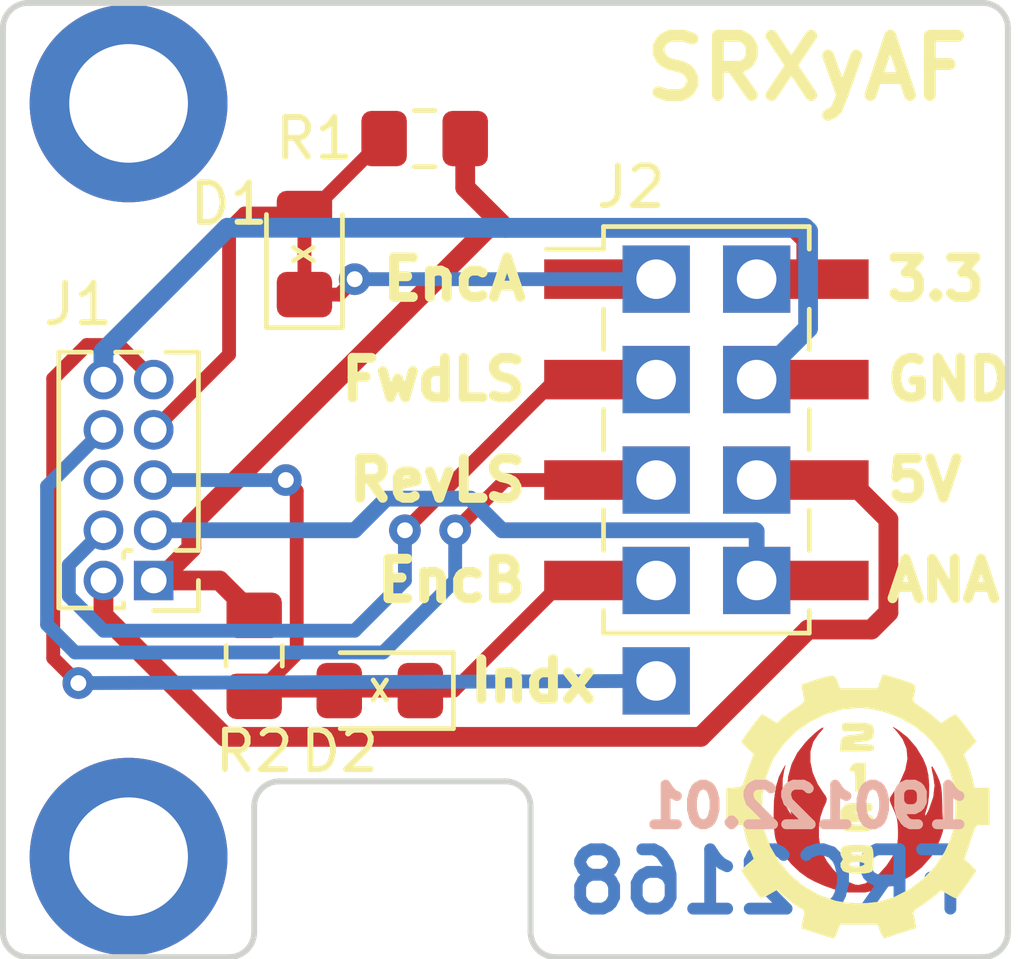
<source format=kicad_pcb>
(kicad_pcb (version 20171130) (host pcbnew "(5.0.2)-1")

  (general
    (thickness 1.6)
    (drawings 35)
    (tracks 94)
    (zones 0)
    (modules 19)
    (nets 11)
  )

  (page A4)
  (layers
    (0 F.Cu signal)
    (31 B.Cu signal)
    (32 B.Adhes user)
    (33 F.Adhes user)
    (34 B.Paste user)
    (35 F.Paste user)
    (36 B.SilkS user)
    (37 F.SilkS user)
    (38 B.Mask user)
    (39 F.Mask user)
    (40 Dwgs.User user)
    (41 Cmts.User user hide)
    (42 Eco1.User user)
    (43 Eco2.User user hide)
    (44 Edge.Cuts user)
    (45 Margin user)
    (46 B.CrtYd user)
    (47 F.CrtYd user)
    (48 B.Fab user)
    (49 F.Fab user hide)
  )

  (setup
    (last_trace_width 0.35)
    (trace_clearance 0.2)
    (zone_clearance 0.508)
    (zone_45_only no)
    (trace_min 0.2)
    (segment_width 2)
    (edge_width 0.15)
    (via_size 0.8)
    (via_drill 0.4)
    (via_min_size 0.4)
    (via_min_drill 0.3)
    (uvia_size 0.3)
    (uvia_drill 0.1)
    (uvias_allowed no)
    (uvia_min_size 0.2)
    (uvia_min_drill 0.1)
    (pcb_text_width 0.3)
    (pcb_text_size 1.5 1.5)
    (mod_edge_width 0.15)
    (mod_text_size 1 1)
    (mod_text_width 0.15)
    (pad_size 1.7 1.7)
    (pad_drill 1)
    (pad_to_mask_clearance 0.051)
    (solder_mask_min_width 0.25)
    (aux_axis_origin 0 0)
    (visible_elements 7FFFFFFF)
    (pcbplotparams
      (layerselection 0x010fc_ffffffff)
      (usegerberextensions false)
      (usegerberattributes false)
      (usegerberadvancedattributes false)
      (creategerberjobfile false)
      (excludeedgelayer true)
      (linewidth 0.100000)
      (plotframeref false)
      (viasonmask false)
      (mode 1)
      (useauxorigin false)
      (hpglpennumber 1)
      (hpglpenspeed 20)
      (hpglpendiameter 15.000000)
      (psnegative false)
      (psa4output false)
      (plotreference true)
      (plotvalue true)
      (plotinvisibletext false)
      (padsonsilk false)
      (subtractmaskfromsilk false)
      (outputformat 1)
      (mirror false)
      (drillshape 1)
      (scaleselection 1)
      (outputdirectory ""))
  )

  (net 0 "")
  (net 1 QuadratureA)
  (net 2 QuadratureB)
  (net 3 3.3V)
  (net 4 5V)
  (net 5 AnalogInput)
  (net 6 FwdLim)
  (net 7 "Net-(J1-Pad6)")
  (net 8 RevLim)
  (net 9 QuadIndex)
  (net 10 GND)

  (net_class Default "This is the default net class."
    (clearance 0.2)
    (trace_width 0.35)
    (via_dia 0.8)
    (via_drill 0.4)
    (uvia_dia 0.3)
    (uvia_drill 0.1)
    (add_net FwdLim)
    (add_net "Net-(J1-Pad6)")
    (add_net QuadIndex)
    (add_net QuadratureA)
    (add_net QuadratureB)
    (add_net RevLim)
  )

  (net_class POWER ""
    (clearance 0.2)
    (trace_width 0.5)
    (via_dia 0.8)
    (via_drill 0.4)
    (uvia_dia 0.3)
    (uvia_drill 0.1)
    (add_net 3.3V)
    (add_net 5V)
    (add_net AnalogInput)
    (add_net GND)
  )

  (module footprint_mods:PinSocket_1x01_P2.54mm_Vertical (layer B.Cu) (tedit 5C26F497) (tstamp 5C337AAC)
    (at 168.91 109.22)
    (descr "Through hole straight socket strip, 1x01, 2.54mm pitch, single row (from Kicad 4.0.7), script generated")
    (tags "Through hole socket strip THT 1x01 2.54mm single row")
    (path /5C26DE8B)
    (fp_text reference TP2 (at 0 2.77) (layer B.SilkS) hide
      (effects (font (size 1 1) (thickness 0.15)) (justify mirror))
    )
    (fp_text value TestPoint (at 0 -2.77) (layer B.Fab)
      (effects (font (size 1 1) (thickness 0.15)) (justify mirror))
    )
    (fp_line (start -1.27 1.27) (end 0.635 1.27) (layer B.Fab) (width 0.1))
    (fp_line (start 0.635 1.27) (end 1.27 0.635) (layer B.Fab) (width 0.1))
    (fp_line (start 1.27 0.635) (end 1.27 -1.27) (layer B.Fab) (width 0.1))
    (fp_line (start 1.27 -1.27) (end -1.27 -1.27) (layer B.Fab) (width 0.1))
    (fp_line (start -1.27 -1.27) (end -1.27 1.27) (layer B.Fab) (width 0.1))
    (fp_line (start -1.8 1.8) (end 1.75 1.8) (layer B.CrtYd) (width 0.05))
    (fp_line (start 1.75 1.8) (end 1.75 -1.75) (layer B.CrtYd) (width 0.05))
    (fp_line (start 1.75 -1.75) (end -1.8 -1.75) (layer B.CrtYd) (width 0.05))
    (fp_line (start -1.8 -1.75) (end -1.8 1.8) (layer B.CrtYd) (width 0.05))
    (fp_text user %R (at 0 0) (layer B.Fab)
      (effects (font (size 1 1) (thickness 0.15)) (justify mirror))
    )
    (pad 1 thru_hole rect (at 0 0) (size 1.7 1.7) (drill 1) (layers *.Cu *.Mask)
      (net 1 QuadratureA))
  )

  (module footprint_mods:PinSocket_1x01_P2.54mm_Vertical (layer B.Cu) (tedit 5C26F497) (tstamp 5C337A73)
    (at 168.91 116.84)
    (descr "Through hole straight socket strip, 1x01, 2.54mm pitch, single row (from Kicad 4.0.7), script generated")
    (tags "Through hole socket strip THT 1x01 2.54mm single row")
    (path /5C26D7E8)
    (fp_text reference TP3 (at 0 2.77) (layer B.SilkS) hide
      (effects (font (size 1 1) (thickness 0.15)) (justify mirror))
    )
    (fp_text value TestPoint (at 0 -2.77) (layer B.Fab)
      (effects (font (size 1 1) (thickness 0.15)) (justify mirror))
    )
    (fp_line (start -1.27 1.27) (end 0.635 1.27) (layer B.Fab) (width 0.1))
    (fp_line (start 0.635 1.27) (end 1.27 0.635) (layer B.Fab) (width 0.1))
    (fp_line (start 1.27 0.635) (end 1.27 -1.27) (layer B.Fab) (width 0.1))
    (fp_line (start 1.27 -1.27) (end -1.27 -1.27) (layer B.Fab) (width 0.1))
    (fp_line (start -1.27 -1.27) (end -1.27 1.27) (layer B.Fab) (width 0.1))
    (fp_line (start -1.8 1.8) (end 1.75 1.8) (layer B.CrtYd) (width 0.05))
    (fp_line (start 1.75 1.8) (end 1.75 -1.75) (layer B.CrtYd) (width 0.05))
    (fp_line (start 1.75 -1.75) (end -1.8 -1.75) (layer B.CrtYd) (width 0.05))
    (fp_line (start -1.8 -1.75) (end -1.8 1.8) (layer B.CrtYd) (width 0.05))
    (fp_text user %R (at 0 0) (layer B.Fab)
      (effects (font (size 1 1) (thickness 0.15)) (justify mirror))
    )
    (pad 1 thru_hole rect (at 0 0) (size 1.7 1.7) (drill 1) (layers *.Cu *.Mask)
      (net 2 QuadratureB))
  )

  (module footprint_mods:PinSocket_1x01_P2.54mm_Vertical (layer B.Cu) (tedit 5C26F497) (tstamp 5C337A3A)
    (at 171.45 109.22)
    (descr "Through hole straight socket strip, 1x01, 2.54mm pitch, single row (from Kicad 4.0.7), script generated")
    (tags "Through hole socket strip THT 1x01 2.54mm single row")
    (path /5C26E672)
    (fp_text reference TP4 (at 0 2.77) (layer B.SilkS) hide
      (effects (font (size 1 1) (thickness 0.15)) (justify mirror))
    )
    (fp_text value TestPoint (at 0 -2.77) (layer B.Fab)
      (effects (font (size 1 1) (thickness 0.15)) (justify mirror))
    )
    (fp_line (start -1.27 1.27) (end 0.635 1.27) (layer B.Fab) (width 0.1))
    (fp_line (start 0.635 1.27) (end 1.27 0.635) (layer B.Fab) (width 0.1))
    (fp_line (start 1.27 0.635) (end 1.27 -1.27) (layer B.Fab) (width 0.1))
    (fp_line (start 1.27 -1.27) (end -1.27 -1.27) (layer B.Fab) (width 0.1))
    (fp_line (start -1.27 -1.27) (end -1.27 1.27) (layer B.Fab) (width 0.1))
    (fp_line (start -1.8 1.8) (end 1.75 1.8) (layer B.CrtYd) (width 0.05))
    (fp_line (start 1.75 1.8) (end 1.75 -1.75) (layer B.CrtYd) (width 0.05))
    (fp_line (start 1.75 -1.75) (end -1.8 -1.75) (layer B.CrtYd) (width 0.05))
    (fp_line (start -1.8 -1.75) (end -1.8 1.8) (layer B.CrtYd) (width 0.05))
    (fp_text user %R (at 0 0) (layer B.Fab)
      (effects (font (size 1 1) (thickness 0.15)) (justify mirror))
    )
    (pad 1 thru_hole rect (at 0 0) (size 1.7 1.7) (drill 1) (layers *.Cu *.Mask)
      (net 3 3.3V))
  )

  (module footprint_mods:PinSocket_1x01_P2.54mm_Vertical (layer B.Cu) (tedit 5C26F497) (tstamp 5C337AE5)
    (at 171.45 111.76)
    (descr "Through hole straight socket strip, 1x01, 2.54mm pitch, single row (from Kicad 4.0.7), script generated")
    (tags "Through hole socket strip THT 1x01 2.54mm single row")
    (path /5C26EF20)
    (fp_text reference TP5 (at 0 2.77) (layer B.SilkS) hide
      (effects (font (size 1 1) (thickness 0.15)) (justify mirror))
    )
    (fp_text value TestPoint (at 0 -2.77) (layer B.Fab)
      (effects (font (size 1 1) (thickness 0.15)) (justify mirror))
    )
    (fp_line (start -1.27 1.27) (end 0.635 1.27) (layer B.Fab) (width 0.1))
    (fp_line (start 0.635 1.27) (end 1.27 0.635) (layer B.Fab) (width 0.1))
    (fp_line (start 1.27 0.635) (end 1.27 -1.27) (layer B.Fab) (width 0.1))
    (fp_line (start 1.27 -1.27) (end -1.27 -1.27) (layer B.Fab) (width 0.1))
    (fp_line (start -1.27 -1.27) (end -1.27 1.27) (layer B.Fab) (width 0.1))
    (fp_line (start -1.8 1.8) (end 1.75 1.8) (layer B.CrtYd) (width 0.05))
    (fp_line (start 1.75 1.8) (end 1.75 -1.75) (layer B.CrtYd) (width 0.05))
    (fp_line (start 1.75 -1.75) (end -1.8 -1.75) (layer B.CrtYd) (width 0.05))
    (fp_line (start -1.8 -1.75) (end -1.8 1.8) (layer B.CrtYd) (width 0.05))
    (fp_text user %R (at 0 0) (layer B.Fab)
      (effects (font (size 1 1) (thickness 0.15)) (justify mirror))
    )
    (pad 1 thru_hole rect (at 0 0) (size 1.7 1.7) (drill 1) (layers *.Cu *.Mask)
      (net 10 GND))
  )

  (module footprint_mods:PinSocket_1x01_P2.54mm_Vertical (layer B.Cu) (tedit 5C26F497) (tstamp 5C337BC9)
    (at 168.91 111.76)
    (descr "Through hole straight socket strip, 1x01, 2.54mm pitch, single row (from Kicad 4.0.7), script generated")
    (tags "Through hole socket strip THT 1x01 2.54mm single row")
    (path /5C26EF94)
    (fp_text reference TP6 (at 0 2.77) (layer B.SilkS) hide
      (effects (font (size 1 1) (thickness 0.15)) (justify mirror))
    )
    (fp_text value TestPoint (at 0 -2.77) (layer B.Fab)
      (effects (font (size 1 1) (thickness 0.15)) (justify mirror))
    )
    (fp_line (start -1.27 1.27) (end 0.635 1.27) (layer B.Fab) (width 0.1))
    (fp_line (start 0.635 1.27) (end 1.27 0.635) (layer B.Fab) (width 0.1))
    (fp_line (start 1.27 0.635) (end 1.27 -1.27) (layer B.Fab) (width 0.1))
    (fp_line (start 1.27 -1.27) (end -1.27 -1.27) (layer B.Fab) (width 0.1))
    (fp_line (start -1.27 -1.27) (end -1.27 1.27) (layer B.Fab) (width 0.1))
    (fp_line (start -1.8 1.8) (end 1.75 1.8) (layer B.CrtYd) (width 0.05))
    (fp_line (start 1.75 1.8) (end 1.75 -1.75) (layer B.CrtYd) (width 0.05))
    (fp_line (start 1.75 -1.75) (end -1.8 -1.75) (layer B.CrtYd) (width 0.05))
    (fp_line (start -1.8 -1.75) (end -1.8 1.8) (layer B.CrtYd) (width 0.05))
    (fp_text user %R (at 0 0) (layer B.Fab)
      (effects (font (size 1 1) (thickness 0.15)) (justify mirror))
    )
    (pad 1 thru_hole rect (at 0 0) (size 1.7 1.7) (drill 1) (layers *.Cu *.Mask)
      (net 6 FwdLim))
  )

  (module footprint_mods:PinSocket_1x01_P2.54mm_Vertical (layer B.Cu) (tedit 5C26F497) (tstamp 5C337B90)
    (at 168.91 114.3)
    (descr "Through hole straight socket strip, 1x01, 2.54mm pitch, single row (from Kicad 4.0.7), script generated")
    (tags "Through hole socket strip THT 1x01 2.54mm single row")
    (path /5C26EFBE)
    (fp_text reference TP7 (at 0 2.77) (layer B.SilkS) hide
      (effects (font (size 1 1) (thickness 0.15)) (justify mirror))
    )
    (fp_text value TestPoint (at 0 -2.77) (layer B.Fab)
      (effects (font (size 1 1) (thickness 0.15)) (justify mirror))
    )
    (fp_line (start -1.27 1.27) (end 0.635 1.27) (layer B.Fab) (width 0.1))
    (fp_line (start 0.635 1.27) (end 1.27 0.635) (layer B.Fab) (width 0.1))
    (fp_line (start 1.27 0.635) (end 1.27 -1.27) (layer B.Fab) (width 0.1))
    (fp_line (start 1.27 -1.27) (end -1.27 -1.27) (layer B.Fab) (width 0.1))
    (fp_line (start -1.27 -1.27) (end -1.27 1.27) (layer B.Fab) (width 0.1))
    (fp_line (start -1.8 1.8) (end 1.75 1.8) (layer B.CrtYd) (width 0.05))
    (fp_line (start 1.75 1.8) (end 1.75 -1.75) (layer B.CrtYd) (width 0.05))
    (fp_line (start 1.75 -1.75) (end -1.8 -1.75) (layer B.CrtYd) (width 0.05))
    (fp_line (start -1.8 -1.75) (end -1.8 1.8) (layer B.CrtYd) (width 0.05))
    (fp_text user %R (at 0 0) (layer B.Fab)
      (effects (font (size 1 1) (thickness 0.15)) (justify mirror))
    )
    (pad 1 thru_hole rect (at 0 0) (size 1.7 1.7) (drill 1) (layers *.Cu *.Mask)
      (net 8 RevLim))
  )

  (module footprint_mods:PinSocket_1x01_P2.54mm_Vertical (layer B.Cu) (tedit 5C26F497) (tstamp 5C337B57)
    (at 171.45 114.3)
    (descr "Through hole straight socket strip, 1x01, 2.54mm pitch, single row (from Kicad 4.0.7), script generated")
    (tags "Through hole socket strip THT 1x01 2.54mm single row")
    (path /5C26EFEA)
    (fp_text reference TP8 (at 0 2.77) (layer B.SilkS) hide
      (effects (font (size 1 1) (thickness 0.15)) (justify mirror))
    )
    (fp_text value TestPoint (at 0 -2.77) (layer B.Fab)
      (effects (font (size 1 1) (thickness 0.15)) (justify mirror))
    )
    (fp_line (start -1.27 1.27) (end 0.635 1.27) (layer B.Fab) (width 0.1))
    (fp_line (start 0.635 1.27) (end 1.27 0.635) (layer B.Fab) (width 0.1))
    (fp_line (start 1.27 0.635) (end 1.27 -1.27) (layer B.Fab) (width 0.1))
    (fp_line (start 1.27 -1.27) (end -1.27 -1.27) (layer B.Fab) (width 0.1))
    (fp_line (start -1.27 -1.27) (end -1.27 1.27) (layer B.Fab) (width 0.1))
    (fp_line (start -1.8 1.8) (end 1.75 1.8) (layer B.CrtYd) (width 0.05))
    (fp_line (start 1.75 1.8) (end 1.75 -1.75) (layer B.CrtYd) (width 0.05))
    (fp_line (start 1.75 -1.75) (end -1.8 -1.75) (layer B.CrtYd) (width 0.05))
    (fp_line (start -1.8 -1.75) (end -1.8 1.8) (layer B.CrtYd) (width 0.05))
    (fp_text user %R (at 0 0) (layer B.Fab)
      (effects (font (size 1 1) (thickness 0.15)) (justify mirror))
    )
    (pad 1 thru_hole rect (at 0 0) (size 1.7 1.7) (drill 1) (layers *.Cu *.Mask)
      (net 4 5V))
  )

  (module footprint_mods:PinSocket_1x01_P2.54mm_Vertical (layer B.Cu) (tedit 5C26F497) (tstamp 5C337B1E)
    (at 171.45 116.84)
    (descr "Through hole straight socket strip, 1x01, 2.54mm pitch, single row (from Kicad 4.0.7), script generated")
    (tags "Through hole socket strip THT 1x01 2.54mm single row")
    (path /5C26F01C)
    (fp_text reference TP9 (at 0 2.77) (layer B.SilkS) hide
      (effects (font (size 1 1) (thickness 0.15)) (justify mirror))
    )
    (fp_text value TestPoint (at 0 -2.77) (layer B.Fab)
      (effects (font (size 1 1) (thickness 0.15)) (justify mirror))
    )
    (fp_line (start -1.27 1.27) (end 0.635 1.27) (layer B.Fab) (width 0.1))
    (fp_line (start 0.635 1.27) (end 1.27 0.635) (layer B.Fab) (width 0.1))
    (fp_line (start 1.27 0.635) (end 1.27 -1.27) (layer B.Fab) (width 0.1))
    (fp_line (start 1.27 -1.27) (end -1.27 -1.27) (layer B.Fab) (width 0.1))
    (fp_line (start -1.27 -1.27) (end -1.27 1.27) (layer B.Fab) (width 0.1))
    (fp_line (start -1.8 1.8) (end 1.75 1.8) (layer B.CrtYd) (width 0.05))
    (fp_line (start 1.75 1.8) (end 1.75 -1.75) (layer B.CrtYd) (width 0.05))
    (fp_line (start 1.75 -1.75) (end -1.8 -1.75) (layer B.CrtYd) (width 0.05))
    (fp_line (start -1.8 -1.75) (end -1.8 1.8) (layer B.CrtYd) (width 0.05))
    (fp_text user %R (at 0 0) (layer B.Fab)
      (effects (font (size 1 1) (thickness 0.15)) (justify mirror))
    )
    (pad 1 thru_hole rect (at 0 0) (size 1.7 1.7) (drill 1) (layers *.Cu *.Mask)
      (net 5 AnalogInput))
  )

  (module footprint_mods:PinSocket_1x01_P2.54mm_Vertical (layer F.Cu) (tedit 5C26F497) (tstamp 5C338395)
    (at 168.91 119.38)
    (descr "Through hole straight socket strip, 1x01, 2.54mm pitch, single row (from Kicad 4.0.7), script generated")
    (tags "Through hole socket strip THT 1x01 2.54mm single row")
    (path /5C26A68E)
    (fp_text reference TP1 (at 0 -2.77) (layer F.SilkS) hide
      (effects (font (size 1 1) (thickness 0.15)))
    )
    (fp_text value TestPoint (at 0 2.77) (layer F.Fab)
      (effects (font (size 1 1) (thickness 0.15)))
    )
    (fp_line (start -1.27 -1.27) (end 0.635 -1.27) (layer F.Fab) (width 0.1))
    (fp_line (start 0.635 -1.27) (end 1.27 -0.635) (layer F.Fab) (width 0.1))
    (fp_line (start 1.27 -0.635) (end 1.27 1.27) (layer F.Fab) (width 0.1))
    (fp_line (start 1.27 1.27) (end -1.27 1.27) (layer F.Fab) (width 0.1))
    (fp_line (start -1.27 1.27) (end -1.27 -1.27) (layer F.Fab) (width 0.1))
    (fp_line (start -1.8 -1.8) (end 1.75 -1.8) (layer F.CrtYd) (width 0.05))
    (fp_line (start 1.75 -1.8) (end 1.75 1.75) (layer F.CrtYd) (width 0.05))
    (fp_line (start 1.75 1.75) (end -1.8 1.75) (layer F.CrtYd) (width 0.05))
    (fp_line (start -1.8 1.75) (end -1.8 -1.8) (layer F.CrtYd) (width 0.05))
    (fp_text user %R (at 0 0) (layer F.Fab)
      (effects (font (size 1 1) (thickness 0.15)))
    )
    (pad 1 thru_hole rect (at 0 0) (size 1.7 1.7) (drill 1) (layers *.Cu *.Mask)
      (net 9 QuadIndex))
  )

  (module Diode_SMD:D_0805_2012Metric_Pad1.15x1.40mm_HandSolder (layer F.Cu) (tedit 5C26CCB8) (tstamp 5C47CECD)
    (at 160.02 108.585 90)
    (descr "Diode SMD 0805 (2012 Metric), square (rectangular) end terminal, IPC_7351 nominal, (Body size source: https://docs.google.com/spreadsheets/d/1BsfQQcO9C6DZCsRaXUlFlo91Tg2WpOkGARC1WS5S8t0/edit?usp=sharing), generated with kicad-footprint-generator")
    (tags "diode handsolder")
    (path /5C26BD48)
    (attr smd)
    (fp_text reference D1 (at 1.27 -1.905) (layer F.SilkS)
      (effects (font (size 1 1) (thickness 0.15)))
    )
    (fp_text value D_Schottky (at 0 1.65 90) (layer F.Fab)
      (effects (font (size 1 1) (thickness 0.15)))
    )
    (fp_text user %R (at 0 0 90) (layer F.Fab)
      (effects (font (size 0.5 0.5) (thickness 0.08)))
    )
    (fp_line (start 1.85 0.95) (end -1.85 0.95) (layer F.CrtYd) (width 0.05))
    (fp_line (start 1.85 -0.95) (end 1.85 0.95) (layer F.CrtYd) (width 0.05))
    (fp_line (start -1.85 -0.95) (end 1.85 -0.95) (layer F.CrtYd) (width 0.05))
    (fp_line (start -1.85 0.95) (end -1.85 -0.95) (layer F.CrtYd) (width 0.05))
    (fp_line (start -1.86 0.96) (end 1 0.96) (layer F.SilkS) (width 0.12))
    (fp_line (start -1.86 -0.96) (end -1.86 0.96) (layer F.SilkS) (width 0.12))
    (fp_line (start 1 -0.96) (end -1.86 -0.96) (layer F.SilkS) (width 0.12))
    (fp_line (start 1 0.6) (end 1 -0.6) (layer F.Fab) (width 0.1))
    (fp_line (start -1 0.6) (end 1 0.6) (layer F.Fab) (width 0.1))
    (fp_line (start -1 -0.3) (end -1 0.6) (layer F.Fab) (width 0.1))
    (fp_line (start -0.7 -0.6) (end -1 -0.3) (layer F.Fab) (width 0.1))
    (fp_line (start 1 -0.6) (end -0.7 -0.6) (layer F.Fab) (width 0.1))
    (pad 2 smd roundrect (at 1.025 0 90) (size 1.15 1.4) (layers F.Cu F.Paste F.Mask) (roundrect_rratio 0.217391)
      (net 1 QuadratureA))
    (pad 1 smd roundrect (at -1.025 0 90) (size 1.15 1.4) (layers F.Cu F.Paste F.Mask) (roundrect_rratio 0.217391)
      (net 1 QuadratureA))
    (model ${KISYS3DMOD}/Diode_SMD.3dshapes/D_0805_2012Metric.wrl
      (at (xyz 0 0 0))
      (scale (xyz 1 1 1))
      (rotate (xyz 0 0 0))
    )
  )

  (module Diode_SMD:D_0805_2012Metric_Pad1.15x1.40mm_HandSolder (layer F.Cu) (tedit 5B4B45C8) (tstamp 5C335A70)
    (at 161.925 119.625 180)
    (descr "Diode SMD 0805 (2012 Metric), square (rectangular) end terminal, IPC_7351 nominal, (Body size source: https://docs.google.com/spreadsheets/d/1BsfQQcO9C6DZCsRaXUlFlo91Tg2WpOkGARC1WS5S8t0/edit?usp=sharing), generated with kicad-footprint-generator")
    (tags "diode handsolder")
    (path /5C26BCC8)
    (attr smd)
    (fp_text reference D2 (at 1.016 -1.533) (layer F.SilkS)
      (effects (font (size 1 1) (thickness 0.15)))
    )
    (fp_text value D_Schottky (at 0 1.65 180) (layer F.Fab)
      (effects (font (size 1 1) (thickness 0.15)))
    )
    (fp_line (start 1 -0.6) (end -0.7 -0.6) (layer F.Fab) (width 0.1))
    (fp_line (start -0.7 -0.6) (end -1 -0.3) (layer F.Fab) (width 0.1))
    (fp_line (start -1 -0.3) (end -1 0.6) (layer F.Fab) (width 0.1))
    (fp_line (start -1 0.6) (end 1 0.6) (layer F.Fab) (width 0.1))
    (fp_line (start 1 0.6) (end 1 -0.6) (layer F.Fab) (width 0.1))
    (fp_line (start 1 -0.96) (end -1.86 -0.96) (layer F.SilkS) (width 0.12))
    (fp_line (start -1.86 -0.96) (end -1.86 0.96) (layer F.SilkS) (width 0.12))
    (fp_line (start -1.86 0.96) (end 1 0.96) (layer F.SilkS) (width 0.12))
    (fp_line (start -1.85 0.95) (end -1.85 -0.95) (layer F.CrtYd) (width 0.05))
    (fp_line (start -1.85 -0.95) (end 1.85 -0.95) (layer F.CrtYd) (width 0.05))
    (fp_line (start 1.85 -0.95) (end 1.85 0.95) (layer F.CrtYd) (width 0.05))
    (fp_line (start 1.85 0.95) (end -1.85 0.95) (layer F.CrtYd) (width 0.05))
    (fp_text user %R (at 0 0 180) (layer F.Fab)
      (effects (font (size 0.5 0.5) (thickness 0.08)))
    )
    (pad 1 smd roundrect (at -1.025 0 180) (size 1.15 1.4) (layers F.Cu F.Paste F.Mask) (roundrect_rratio 0.217391)
      (net 2 QuadratureB))
    (pad 2 smd roundrect (at 1.025 0 180) (size 1.15 1.4) (layers F.Cu F.Paste F.Mask) (roundrect_rratio 0.217391)
      (net 2 QuadratureB))
    (model ${KISYS3DMOD}/Diode_SMD.3dshapes/D_0805_2012Metric.wrl
      (at (xyz 0 0 0))
      (scale (xyz 1 1 1))
      (rotate (xyz 0 0 0))
    )
  )

  (module Connector_PinHeader_1.27mm:PinHeader_2x05_P1.27mm_Vertical (layer F.Cu) (tedit 5C26C89B) (tstamp 5C33A723)
    (at 156.21 116.84 180)
    (descr "Through hole straight pin header, 2x05, 1.27mm pitch, double rows")
    (tags "Through hole pin header THT 2x05 1.27mm double row")
    (path /5C26921B)
    (fp_text reference J1 (at 1.905 6.985 180) (layer F.SilkS)
      (effects (font (size 1 1) (thickness 0.15)))
    )
    (fp_text value Conn_02x05_Odd_Even (at 0.635 6.775 180) (layer F.Fab)
      (effects (font (size 1 1) (thickness 0.15)))
    )
    (fp_line (start -0.2175 -0.635) (end 2.34 -0.635) (layer F.Fab) (width 0.1))
    (fp_line (start 2.34 -0.635) (end 2.34 5.715) (layer F.Fab) (width 0.1))
    (fp_line (start 2.34 5.715) (end -1.07 5.715) (layer F.Fab) (width 0.1))
    (fp_line (start -1.07 5.715) (end -1.07 0.2175) (layer F.Fab) (width 0.1))
    (fp_line (start -1.07 0.2175) (end -0.2175 -0.635) (layer F.Fab) (width 0.1))
    (fp_line (start -1.13 5.775) (end -0.30753 5.775) (layer F.SilkS) (width 0.12))
    (fp_line (start 1.57753 5.775) (end 2.4 5.775) (layer F.SilkS) (width 0.12))
    (fp_line (start 0.30753 5.775) (end 0.96247 5.775) (layer F.SilkS) (width 0.12))
    (fp_line (start -1.13 0.76) (end -1.13 5.775) (layer F.SilkS) (width 0.12))
    (fp_line (start 2.4 -0.695) (end 2.4 5.775) (layer F.SilkS) (width 0.12))
    (fp_line (start -1.13 0.76) (end -0.563471 0.76) (layer F.SilkS) (width 0.12))
    (fp_line (start 0.563471 0.76) (end 0.706529 0.76) (layer F.SilkS) (width 0.12))
    (fp_line (start 0.76 0.706529) (end 0.76 0.563471) (layer F.SilkS) (width 0.12))
    (fp_line (start 0.76 -0.563471) (end 0.76 -0.695) (layer F.SilkS) (width 0.12))
    (fp_line (start 0.76 -0.695) (end 0.96247 -0.695) (layer F.SilkS) (width 0.12))
    (fp_line (start 1.57753 -0.695) (end 2.4 -0.695) (layer F.SilkS) (width 0.12))
    (fp_line (start -1.13 0) (end -1.13 -0.76) (layer F.SilkS) (width 0.12))
    (fp_line (start -1.13 -0.76) (end 0 -0.76) (layer F.SilkS) (width 0.12))
    (fp_line (start -1.6 -1.15) (end -1.6 6.25) (layer F.CrtYd) (width 0.05))
    (fp_line (start -1.6 6.25) (end 2.85 6.25) (layer F.CrtYd) (width 0.05))
    (fp_line (start 2.85 6.25) (end 2.85 -1.15) (layer F.CrtYd) (width 0.05))
    (fp_line (start 2.85 -1.15) (end -1.6 -1.15) (layer F.CrtYd) (width 0.05))
    (fp_text user %R (at 0.635 2.54 270) (layer F.Fab)
      (effects (font (size 1 1) (thickness 0.15)))
    )
    (pad 1 thru_hole rect (at 0 0 180) (size 1 1) (drill 0.65) (layers *.Cu *.Mask)
      (net 3 3.3V))
    (pad 2 thru_hole oval (at 1.27 0 180) (size 1 1) (drill 0.65) (layers *.Cu *.Mask)
      (net 4 5V))
    (pad 3 thru_hole oval (at 0 1.27 180) (size 1 1) (drill 0.65) (layers *.Cu *.Mask)
      (net 5 AnalogInput))
    (pad 4 thru_hole oval (at 1.27 1.27 180) (size 1 1) (drill 0.65) (layers *.Cu *.Mask)
      (net 6 FwdLim))
    (pad 5 thru_hole oval (at 0 2.54 180) (size 1 1) (drill 0.65) (layers *.Cu *.Mask)
      (net 2 QuadratureB))
    (pad 6 thru_hole oval (at 1.27 2.54 180) (size 1 1) (drill 0.65) (layers *.Cu *.Mask)
      (net 7 "Net-(J1-Pad6)"))
    (pad 7 thru_hole oval (at 0 3.81 180) (size 1 1) (drill 0.65) (layers *.Cu *.Mask)
      (net 1 QuadratureA))
    (pad 8 thru_hole oval (at 1.27 3.81 180) (size 1 1) (drill 0.65) (layers *.Cu *.Mask)
      (net 8 RevLim))
    (pad 9 thru_hole oval (at 0 5.08 180) (size 1 1) (drill 0.65) (layers *.Cu *.Mask)
      (net 9 QuadIndex))
    (pad 10 thru_hole oval (at 1.27 5.08 180) (size 1 1) (drill 0.65) (layers *.Cu *.Mask)
      (net 10 GND))
  )

  (module Connector_PinHeader_2.54mm:PinHeader_2x04_P2.54mm_Vertical_SMD (layer F.Cu) (tedit 59FED5CC) (tstamp 5C3379B3)
    (at 170.18 113.03)
    (descr "surface-mounted straight pin header, 2x04, 2.54mm pitch, double rows")
    (tags "Surface mounted pin header SMD 2x04 2.54mm double row")
    (path /5C269925)
    (attr smd)
    (fp_text reference J2 (at -1.905 -6.14) (layer F.SilkS)
      (effects (font (size 1 1) (thickness 0.15)))
    )
    (fp_text value Conn_02x04_Odd_Even (at 0 6.14) (layer F.Fab)
      (effects (font (size 1 1) (thickness 0.15)))
    )
    (fp_line (start 2.54 5.08) (end -2.54 5.08) (layer F.Fab) (width 0.1))
    (fp_line (start -1.59 -5.08) (end 2.54 -5.08) (layer F.Fab) (width 0.1))
    (fp_line (start -2.54 5.08) (end -2.54 -4.13) (layer F.Fab) (width 0.1))
    (fp_line (start -2.54 -4.13) (end -1.59 -5.08) (layer F.Fab) (width 0.1))
    (fp_line (start 2.54 -5.08) (end 2.54 5.08) (layer F.Fab) (width 0.1))
    (fp_line (start -2.54 -4.13) (end -3.6 -4.13) (layer F.Fab) (width 0.1))
    (fp_line (start -3.6 -4.13) (end -3.6 -3.49) (layer F.Fab) (width 0.1))
    (fp_line (start -3.6 -3.49) (end -2.54 -3.49) (layer F.Fab) (width 0.1))
    (fp_line (start 2.54 -4.13) (end 3.6 -4.13) (layer F.Fab) (width 0.1))
    (fp_line (start 3.6 -4.13) (end 3.6 -3.49) (layer F.Fab) (width 0.1))
    (fp_line (start 3.6 -3.49) (end 2.54 -3.49) (layer F.Fab) (width 0.1))
    (fp_line (start -2.54 -1.59) (end -3.6 -1.59) (layer F.Fab) (width 0.1))
    (fp_line (start -3.6 -1.59) (end -3.6 -0.95) (layer F.Fab) (width 0.1))
    (fp_line (start -3.6 -0.95) (end -2.54 -0.95) (layer F.Fab) (width 0.1))
    (fp_line (start 2.54 -1.59) (end 3.6 -1.59) (layer F.Fab) (width 0.1))
    (fp_line (start 3.6 -1.59) (end 3.6 -0.95) (layer F.Fab) (width 0.1))
    (fp_line (start 3.6 -0.95) (end 2.54 -0.95) (layer F.Fab) (width 0.1))
    (fp_line (start -2.54 0.95) (end -3.6 0.95) (layer F.Fab) (width 0.1))
    (fp_line (start -3.6 0.95) (end -3.6 1.59) (layer F.Fab) (width 0.1))
    (fp_line (start -3.6 1.59) (end -2.54 1.59) (layer F.Fab) (width 0.1))
    (fp_line (start 2.54 0.95) (end 3.6 0.95) (layer F.Fab) (width 0.1))
    (fp_line (start 3.6 0.95) (end 3.6 1.59) (layer F.Fab) (width 0.1))
    (fp_line (start 3.6 1.59) (end 2.54 1.59) (layer F.Fab) (width 0.1))
    (fp_line (start -2.54 3.49) (end -3.6 3.49) (layer F.Fab) (width 0.1))
    (fp_line (start -3.6 3.49) (end -3.6 4.13) (layer F.Fab) (width 0.1))
    (fp_line (start -3.6 4.13) (end -2.54 4.13) (layer F.Fab) (width 0.1))
    (fp_line (start 2.54 3.49) (end 3.6 3.49) (layer F.Fab) (width 0.1))
    (fp_line (start 3.6 3.49) (end 3.6 4.13) (layer F.Fab) (width 0.1))
    (fp_line (start 3.6 4.13) (end 2.54 4.13) (layer F.Fab) (width 0.1))
    (fp_line (start -2.6 -5.14) (end 2.6 -5.14) (layer F.SilkS) (width 0.12))
    (fp_line (start -2.6 5.14) (end 2.6 5.14) (layer F.SilkS) (width 0.12))
    (fp_line (start -4.04 -4.57) (end -2.6 -4.57) (layer F.SilkS) (width 0.12))
    (fp_line (start -2.6 -5.14) (end -2.6 -4.57) (layer F.SilkS) (width 0.12))
    (fp_line (start 2.6 -5.14) (end 2.6 -4.57) (layer F.SilkS) (width 0.12))
    (fp_line (start -2.6 4.57) (end -2.6 5.14) (layer F.SilkS) (width 0.12))
    (fp_line (start 2.6 4.57) (end 2.6 5.14) (layer F.SilkS) (width 0.12))
    (fp_line (start -2.6 -3.05) (end -2.6 -2.03) (layer F.SilkS) (width 0.12))
    (fp_line (start 2.6 -3.05) (end 2.6 -2.03) (layer F.SilkS) (width 0.12))
    (fp_line (start -2.6 -0.51) (end -2.6 0.51) (layer F.SilkS) (width 0.12))
    (fp_line (start 2.6 -0.51) (end 2.6 0.51) (layer F.SilkS) (width 0.12))
    (fp_line (start -2.6 2.03) (end -2.6 3.05) (layer F.SilkS) (width 0.12))
    (fp_line (start 2.6 2.03) (end 2.6 3.05) (layer F.SilkS) (width 0.12))
    (fp_line (start -5.9 -5.6) (end -5.9 5.6) (layer F.CrtYd) (width 0.05))
    (fp_line (start -5.9 5.6) (end 5.9 5.6) (layer F.CrtYd) (width 0.05))
    (fp_line (start 5.9 5.6) (end 5.9 -5.6) (layer F.CrtYd) (width 0.05))
    (fp_line (start 5.9 -5.6) (end -5.9 -5.6) (layer F.CrtYd) (width 0.05))
    (fp_text user %R (at 0 0 90) (layer F.Fab)
      (effects (font (size 1 1) (thickness 0.15)))
    )
    (pad 1 smd rect (at -2.525 -3.81) (size 3.15 1) (layers F.Cu F.Paste F.Mask)
      (net 1 QuadratureA))
    (pad 2 smd rect (at 2.525 -3.81) (size 3.15 1) (layers F.Cu F.Paste F.Mask)
      (net 3 3.3V))
    (pad 3 smd rect (at -2.525 -1.27) (size 3.15 1) (layers F.Cu F.Paste F.Mask)
      (net 6 FwdLim))
    (pad 4 smd rect (at 2.525 -1.27) (size 3.15 1) (layers F.Cu F.Paste F.Mask)
      (net 10 GND))
    (pad 5 smd rect (at -2.525 1.27) (size 3.15 1) (layers F.Cu F.Paste F.Mask)
      (net 8 RevLim))
    (pad 6 smd rect (at 2.525 1.27) (size 3.15 1) (layers F.Cu F.Paste F.Mask)
      (net 4 5V))
    (pad 7 smd rect (at -2.525 3.81) (size 3.15 1) (layers F.Cu F.Paste F.Mask)
      (net 2 QuadratureB))
    (pad 8 smd rect (at 2.525 3.81) (size 3.15 1) (layers F.Cu F.Paste F.Mask)
      (net 5 AnalogInput))
    (model ${KISYS3DMOD}/Connector_PinHeader_2.54mm.3dshapes/PinHeader_2x04_P2.54mm_Vertical_SMD.wrl
      (at (xyz 0 0 0))
      (scale (xyz 1 1 1))
      (rotate (xyz 0 0 0))
    )
  )

  (module Resistor_SMD:R_0805_2012Metric_Pad1.15x1.40mm_HandSolder (layer F.Cu) (tedit 5B36C52B) (tstamp 5C47D4AF)
    (at 163.059 105.664 180)
    (descr "Resistor SMD 0805 (2012 Metric), square (rectangular) end terminal, IPC_7351 nominal with elongated pad for handsoldering. (Body size source: https://docs.google.com/spreadsheets/d/1BsfQQcO9C6DZCsRaXUlFlo91Tg2WpOkGARC1WS5S8t0/edit?usp=sharing), generated with kicad-footprint-generator")
    (tags "resistor handsolder")
    (path /5C26C4AD)
    (attr smd)
    (fp_text reference R1 (at 2.785 0 180) (layer F.SilkS)
      (effects (font (size 1 1) (thickness 0.15)))
    )
    (fp_text value 10K (at 0 1.65 180) (layer F.Fab)
      (effects (font (size 1 1) (thickness 0.15)))
    )
    (fp_text user %R (at 0 0 180) (layer F.Fab)
      (effects (font (size 0.5 0.5) (thickness 0.08)))
    )
    (fp_line (start 1.85 0.95) (end -1.85 0.95) (layer F.CrtYd) (width 0.05))
    (fp_line (start 1.85 -0.95) (end 1.85 0.95) (layer F.CrtYd) (width 0.05))
    (fp_line (start -1.85 -0.95) (end 1.85 -0.95) (layer F.CrtYd) (width 0.05))
    (fp_line (start -1.85 0.95) (end -1.85 -0.95) (layer F.CrtYd) (width 0.05))
    (fp_line (start -0.261252 0.71) (end 0.261252 0.71) (layer F.SilkS) (width 0.12))
    (fp_line (start -0.261252 -0.71) (end 0.261252 -0.71) (layer F.SilkS) (width 0.12))
    (fp_line (start 1 0.6) (end -1 0.6) (layer F.Fab) (width 0.1))
    (fp_line (start 1 -0.6) (end 1 0.6) (layer F.Fab) (width 0.1))
    (fp_line (start -1 -0.6) (end 1 -0.6) (layer F.Fab) (width 0.1))
    (fp_line (start -1 0.6) (end -1 -0.6) (layer F.Fab) (width 0.1))
    (pad 2 smd roundrect (at 1.025 0 180) (size 1.15 1.4) (layers F.Cu F.Paste F.Mask) (roundrect_rratio 0.217391)
      (net 1 QuadratureA))
    (pad 1 smd roundrect (at -1.025 0 180) (size 1.15 1.4) (layers F.Cu F.Paste F.Mask) (roundrect_rratio 0.217391)
      (net 3 3.3V))
    (model ${KISYS3DMOD}/Resistor_SMD.3dshapes/R_0805_2012Metric.wrl
      (at (xyz 0 0 0))
      (scale (xyz 1 1 1))
      (rotate (xyz 0 0 0))
    )
  )

  (module Resistor_SMD:R_0805_2012Metric_Pad1.15x1.40mm_HandSolder (layer F.Cu) (tedit 5B36C52B) (tstamp 5CC7B987)
    (at 158.75 118.745 90)
    (descr "Resistor SMD 0805 (2012 Metric), square (rectangular) end terminal, IPC_7351 nominal with elongated pad for handsoldering. (Body size source: https://docs.google.com/spreadsheets/d/1BsfQQcO9C6DZCsRaXUlFlo91Tg2WpOkGARC1WS5S8t0/edit?usp=sharing), generated with kicad-footprint-generator")
    (tags "resistor handsolder")
    (path /5C26C507)
    (attr smd)
    (fp_text reference R2 (at -2.413 0 180) (layer F.SilkS)
      (effects (font (size 1 1) (thickness 0.15)))
    )
    (fp_text value 10K (at 0 1.65 90) (layer F.Fab)
      (effects (font (size 1 1) (thickness 0.15)))
    )
    (fp_text user %R (at 0 0 90) (layer F.Fab)
      (effects (font (size 0.5 0.5) (thickness 0.08)))
    )
    (fp_line (start 1.85 0.95) (end -1.85 0.95) (layer F.CrtYd) (width 0.05))
    (fp_line (start 1.85 -0.95) (end 1.85 0.95) (layer F.CrtYd) (width 0.05))
    (fp_line (start -1.85 -0.95) (end 1.85 -0.95) (layer F.CrtYd) (width 0.05))
    (fp_line (start -1.85 0.95) (end -1.85 -0.95) (layer F.CrtYd) (width 0.05))
    (fp_line (start -0.261252 0.71) (end 0.261252 0.71) (layer F.SilkS) (width 0.12))
    (fp_line (start -0.261252 -0.71) (end 0.261252 -0.71) (layer F.SilkS) (width 0.12))
    (fp_line (start 1 0.6) (end -1 0.6) (layer F.Fab) (width 0.1))
    (fp_line (start 1 -0.6) (end 1 0.6) (layer F.Fab) (width 0.1))
    (fp_line (start -1 -0.6) (end 1 -0.6) (layer F.Fab) (width 0.1))
    (fp_line (start -1 0.6) (end -1 -0.6) (layer F.Fab) (width 0.1))
    (pad 2 smd roundrect (at 1.025 0 90) (size 1.15 1.4) (layers F.Cu F.Paste F.Mask) (roundrect_rratio 0.217391)
      (net 3 3.3V))
    (pad 1 smd roundrect (at -1.025 0 90) (size 1.15 1.4) (layers F.Cu F.Paste F.Mask) (roundrect_rratio 0.217391)
      (net 2 QuadratureB))
    (model ${KISYS3DMOD}/Resistor_SMD.3dshapes/R_0805_2012Metric.wrl
      (at (xyz 0 0 0))
      (scale (xyz 1 1 1))
      (rotate (xyz 0 0 0))
    )
  )

  (module small_gear_footprints:gear_small_gear (layer F.Cu) (tedit 0) (tstamp 5CAF362F)
    (at 173.99 122.555)
    (fp_text reference G*** (at 0 0) (layer F.SilkS) hide
      (effects (font (size 1.524 1.524) (thickness 0.3)))
    )
    (fp_text value LOGO (at 7.62 0) (layer F.SilkS) hide
      (effects (font (size 1.524 1.524) (thickness 0.3)))
    )
    (fp_poly (pts (xy 0.695127 -3.326481) (xy 0.801935 -3.298989) (xy 0.95383 -3.254495) (xy 1.078633 -3.215461)
      (xy 1.26697 -3.15542) (xy 1.387544 -3.109595) (xy 1.451774 -3.062227) (xy 1.471079 -2.997557)
      (xy 1.456881 -2.899827) (xy 1.420597 -2.753278) (xy 1.418809 -2.746022) (xy 1.415521 -2.680634)
      (xy 1.452582 -2.622408) (xy 1.544883 -2.552361) (xy 1.59668 -2.519231) (xy 1.748482 -2.415682)
      (xy 1.900524 -2.298753) (xy 1.958363 -2.249318) (xy 2.11756 -2.106007) (xy 2.285539 -2.21717)
      (xy 2.390997 -2.282497) (xy 2.467387 -2.321729) (xy 2.486176 -2.326938) (xy 2.52349 -2.2943)
      (xy 2.597746 -2.207497) (xy 2.696734 -2.081306) (xy 2.768232 -1.985599) (xy 3.01763 -1.645655)
      (xy 2.857236 -1.481396) (xy 2.696841 -1.317137) (xy 2.782589 -1.113652) (xy 2.845823 -0.942724)
      (xy 2.903432 -0.753534) (xy 2.920057 -0.687917) (xy 2.971778 -0.465667) (xy 3.344333 -0.465667)
      (xy 3.344333 0.465667) (xy 3.174092 0.465667) (xy 3.05628 0.475364) (xy 2.993975 0.513076)
      (xy 2.969273 0.560917) (xy 2.939863 0.644803) (xy 2.892514 0.782859) (xy 2.836167 0.948967)
      (xy 2.820707 0.994833) (xy 2.706719 1.3335) (xy 2.856193 1.464986) (xy 2.944497 1.548045)
      (xy 2.998153 1.608891) (xy 3.005667 1.624145) (xy 2.982694 1.664727) (xy 2.922037 1.75597)
      (xy 2.836091 1.880265) (xy 2.73725 2.020003) (xy 2.637906 2.157576) (xy 2.550454 2.275375)
      (xy 2.513854 2.322893) (xy 2.47387 2.31241) (xy 2.384746 2.26851) (xy 2.313039 2.228179)
      (xy 2.124587 2.117739) (xy 1.919543 2.288636) (xy 1.778938 2.398691) (xy 1.635023 2.500281)
      (xy 1.554485 2.550605) (xy 1.449862 2.625896) (xy 1.414761 2.68975) (xy 1.416993 2.700374)
      (xy 1.438495 2.77987) (xy 1.461571 2.897479) (xy 1.464408 2.914732) (xy 1.4893 3.070396)
      (xy 1.115066 3.191935) (xy 0.946178 3.247013) (xy 0.80655 3.292973) (xy 0.71674 3.323027)
      (xy 0.69704 3.329932) (xy 0.658091 3.304154) (xy 0.609565 3.22001) (xy 0.587272 3.165445)
      (xy 0.521298 2.9845) (xy -0.436632 2.9845) (xy -0.502231 3.164417) (xy -0.54592 3.270832)
      (xy -0.580946 3.332972) (xy -0.590832 3.339906) (xy -0.638517 3.325878) (xy -0.748232 3.291707)
      (xy -0.901419 3.243209) (xy -1.01012 3.208486) (xy -1.406407 3.081492) (xy -1.380629 2.92028)
      (xy -1.357351 2.797432) (xy -1.333525 2.704296) (xy -1.33008 2.694519) (xy -1.343691 2.633205)
      (xy -1.434039 2.564964) (xy -1.467572 2.546996) (xy -1.590624 2.471634) (xy -1.736095 2.365205)
      (xy -1.831207 2.286491) (xy -2.03258 2.108961) (xy -2.226113 2.222379) (xy -2.335977 2.283144)
      (xy -2.411381 2.318032) (xy -2.431368 2.321482) (xy -2.500262 2.232557) (xy -2.590392 2.10989)
      (xy -2.689138 1.971522) (xy -2.783881 1.835491) (xy -2.862003 1.719838) (xy -2.910885 1.642602)
      (xy -2.921002 1.621503) (xy -2.89122 1.576584) (xy -2.815533 1.500799) (xy -2.764839 1.456387)
      (xy -2.608673 1.325275) (xy -2.696172 1.117721) (xy -2.760649 0.943791) (xy -2.818961 0.752729)
      (xy -2.835391 0.687917) (xy -2.887112 0.465667) (xy -3.302 0.465667) (xy -3.302 0.120904)
      (xy -2.414382 0.120904) (xy -2.363773 0.532473) (xy -2.345894 0.607723) (xy -2.197085 1.01957)
      (xy -1.976417 1.397093) (xy -1.69276 1.731497) (xy -1.354981 2.013986) (xy -0.971949 2.235764)
      (xy -0.552531 2.388034) (xy -0.550333 2.388612) (xy -0.314399 2.430394) (xy -0.033639 2.449601)
      (xy 0.254986 2.445547) (xy 0.514512 2.417547) (xy 0.558833 2.409186) (xy 0.955861 2.28599)
      (xy 1.332976 2.089124) (xy 1.67627 1.829371) (xy 1.971837 1.517513) (xy 2.205769 1.164334)
      (xy 2.233552 1.110721) (xy 2.361227 0.826006) (xy 2.442765 0.562146) (xy 2.484336 0.288706)
      (xy 2.492113 -0.024747) (xy 2.488195 -0.144942) (xy 2.438216 -0.57656) (xy 2.324095 -0.962895)
      (xy 2.139758 -1.317565) (xy 1.879132 -1.654188) (xy 1.759083 -1.779952) (xy 1.45899 -2.027047)
      (xy 1.106028 -2.231452) (xy 0.722751 -2.383795) (xy 0.33171 -2.474705) (xy 0.033535 -2.496932)
      (xy -0.38439 -2.454312) (xy -0.793764 -2.33523) (xy -1.181682 -2.147776) (xy -1.535238 -1.900042)
      (xy -1.841527 -1.600119) (xy -2.087645 -1.2561) (xy -2.159612 -1.121833) (xy -2.309831 -0.729182)
      (xy -2.395578 -0.307292) (xy -2.414382 0.120904) (xy -3.302 0.120904) (xy -3.302 -0.461028)
      (xy -3.100917 -0.473931) (xy -2.978452 -0.485743) (xy -2.911892 -0.515815) (xy -2.872593 -0.586894)
      (xy -2.844779 -0.677333) (xy -2.795906 -0.831342) (xy -2.733256 -1.009692) (xy -2.700372 -1.096782)
      (xy -2.611019 -1.32573) (xy -2.76601 -1.467768) (xy -2.855353 -1.553983) (xy -2.911361 -1.616376)
      (xy -2.921 -1.633369) (xy -2.897282 -1.680593) (xy -2.835045 -1.774648) (xy -2.747667 -1.897615)
      (xy -2.648525 -2.031576) (xy -2.550999 -2.158614) (xy -2.468465 -2.26081) (xy -2.414301 -2.320247)
      (xy -2.402131 -2.328333) (xy -2.349853 -2.306742) (xy -2.255151 -2.251978) (xy -2.200873 -2.21717)
      (xy -2.032894 -2.106007) (xy -1.868389 -2.254628) (xy -1.727101 -2.369199) (xy -1.565095 -2.482652)
      (xy -1.505671 -2.519409) (xy -1.376659 -2.6087) (xy -1.328921 -2.677958) (xy -1.331154 -2.697319)
      (xy -1.353216 -2.778359) (xy -1.376972 -2.89824) (xy -1.380772 -2.921175) (xy -1.406693 -3.083281)
      (xy -1.010263 -3.210748) (xy -0.814615 -3.271181) (xy -0.68249 -3.300846) (xy -0.597492 -3.296929)
      (xy -0.543223 -3.256613) (xy -0.503288 -3.177083) (xy -0.483057 -3.120218) (xy -0.436946 -2.9845)
      (xy 0.520646 -2.9845) (xy 0.57817 -3.150652) (xy 0.617395 -3.257589) (xy 0.645924 -3.324077)
      (xy 0.651047 -3.332158) (xy 0.695127 -3.326481)) (layer F.SilkS) (width 0.01))
  )

  (module small_gear_footprints:gear_small_number (layer F.Cu) (tedit 0) (tstamp 5CAF3669)
    (at 173.99 122.555)
    (fp_text reference G*** (at 0 0) (layer F.SilkS) hide
      (effects (font (size 1.524 1.524) (thickness 0.3)))
    )
    (fp_text value LOGO (at 7.62 0) (layer F.SilkS) hide
      (effects (font (size 1.524 1.524) (thickness 0.3)))
    )
    (fp_poly (pts (xy 0.172979 -2.111339) (xy 0.305443 -2.090519) (xy 0.381877 -2.046949) (xy 0.416398 -1.973374)
      (xy 0.423333 -1.883834) (xy 0.40039 -1.750362) (xy 0.324099 -1.674994) (xy 0.183267 -1.647196)
      (xy 0.17145 -1.64678) (xy 0.034982 -1.633956) (xy -0.083712 -1.608971) (xy -0.084667 -1.608667)
      (xy -0.115738 -1.590541) (xy -0.072204 -1.578531) (xy 0.050135 -1.571842) (xy 0.116417 -1.570553)
      (xy 0.275603 -1.56615) (xy 0.367927 -1.554965) (xy 0.411173 -1.531848) (xy 0.423131 -1.491647)
      (xy 0.423333 -1.481667) (xy 0.417523 -1.443132) (xy 0.389876 -1.418463) (xy 0.325069 -1.404596)
      (xy 0.207775 -1.398466) (xy 0.022672 -1.397007) (xy 0 -1.397) (xy -0.423333 -1.397)
      (xy -0.422685 -1.534583) (xy -0.410446 -1.663784) (xy -0.36432 -1.74384) (xy -0.267958 -1.788276)
      (xy -0.10501 -1.810614) (xy -0.087354 -1.811943) (xy 0.052464 -1.827456) (xy 0.155062 -1.848909)
      (xy 0.193675 -1.867804) (xy 0.172362 -1.894033) (xy 0.071931 -1.908254) (xy -0.102866 -1.910033)
      (xy -0.22225 -1.905865) (xy -0.326498 -1.907075) (xy -0.371236 -1.934331) (xy -0.380991 -2.003347)
      (xy -0.381 -2.007596) (xy -0.377927 -2.060908) (xy -0.357395 -2.093204) (xy -0.302439 -2.109751)
      (xy -0.196092 -2.115817) (xy -0.029633 -2.116667) (xy 0.172979 -2.111339)) (layer F.SilkS) (width 0.01))
    (fp_poly (pts (xy 0.211667 -0.381) (xy -0.042333 -0.381) (xy -0.042333 -0.635) (xy -0.045471 -0.77696)
      (xy -0.059129 -0.85367) (xy -0.089677 -0.884443) (xy -0.126093 -0.889) (xy -0.182032 -0.898611)
      (xy -0.182928 -0.94354) (xy -0.161631 -0.994833) (xy -0.110978 -1.067463) (xy -0.028441 -1.096982)
      (xy 0.049128 -1.100667) (xy 0.211667 -1.100667) (xy 0.211667 -0.381)) (layer F.SilkS) (width 0.01))
    (fp_poly (pts (xy 0.224994 -0.083348) (xy 0.319658 -0.075428) (xy 0.365326 -0.054962) (xy 0.379833 -0.016006)
      (xy 0.381 0.021167) (xy 0.376155 0.077353) (xy 0.349109 0.109584) (xy 0.281091 0.125191)
      (xy 0.153332 0.131505) (xy 0.09525 0.132792) (xy -0.1905 0.138584) (xy 0.078434 0.169083)
      (xy 0.231897 0.194829) (xy 0.342885 0.229621) (xy 0.384702 0.258541) (xy 0.418302 0.364764)
      (xy 0.414997 0.487025) (xy 0.376483 0.579983) (xy 0.372533 0.5842) (xy 0.305077 0.60979)
      (xy 0.180785 0.626453) (xy 0.027063 0.633733) (xy -0.128684 0.631178) (xy -0.259049 0.618334)
      (xy -0.334861 0.595915) (xy -0.374012 0.531631) (xy -0.400259 0.423333) (xy -0.169333 0.423333)
      (xy -0.131496 0.44858) (xy -0.035765 0.463724) (xy 0.021167 0.465667) (xy 0.134776 0.457258)
      (xy 0.202925 0.435985) (xy 0.211667 0.423333) (xy 0.173829 0.398087) (xy 0.078098 0.382942)
      (xy 0.021167 0.381) (xy -0.092443 0.389408) (xy -0.160592 0.410682) (xy -0.169333 0.423333)
      (xy -0.400259 0.423333) (xy -0.40405 0.407691) (xy -0.413785 0.326237) (xy -0.41986 0.181286)
      (xy -0.403583 0.089366) (xy -0.35836 0.02032) (xy -0.343508 0.004841) (xy -0.28214 -0.042865)
      (xy -0.201603 -0.070228) (xy -0.078464 -0.082401) (xy 0.0635 -0.084667) (xy 0.224994 -0.083348)) (layer F.SilkS) (width 0.01))
    (fp_poly (pts (xy 0.136333 0.977038) (xy 0.271734 0.991478) (xy 0.357893 1.016288) (xy 0.37092 1.026583)
      (xy 0.396592 1.102039) (xy 0.410818 1.229893) (xy 0.413524 1.379208) (xy 0.404632 1.519049)
      (xy 0.384067 1.618479) (xy 0.372433 1.640155) (xy 0.301733 1.673129) (xy 0.174781 1.691519)
      (xy 0.018639 1.695821) (xy -0.139632 1.686532) (xy -0.27297 1.664145) (xy -0.354315 1.629157)
      (xy -0.35681 1.626809) (xy -0.411809 1.534191) (xy -0.417774 1.442932) (xy -0.193033 1.442932)
      (xy -0.187786 1.490968) (xy -0.182294 1.496929) (xy -0.118088 1.51808) (xy -0.010719 1.522783)
      (xy 0.099885 1.510857) (xy 0.144461 1.498397) (xy 0.194687 1.461839) (xy 0.172646 1.427233)
      (xy 0.090479 1.403103) (xy 0 1.397) (xy -0.126635 1.409525) (xy -0.193033 1.442932)
      (xy -0.417774 1.442932) (xy -0.418164 1.436975) (xy -0.377312 1.373553) (xy -0.354184 1.331288)
      (xy -0.377312 1.299088) (xy -0.418671 1.206935) (xy -0.4173 1.185333) (xy -0.169333 1.185333)
      (xy -0.131777 1.211842) (xy -0.037958 1.226587) (xy 0 1.227667) (xy 0.106037 1.218277)
      (xy 0.165015 1.194823) (xy 0.169333 1.185333) (xy 0.131777 1.158824) (xy 0.037957 1.144079)
      (xy 0 1.143) (xy -0.106037 1.152389) (xy -0.165016 1.175844) (xy -0.169333 1.185333)
      (xy -0.4173 1.185333) (xy -0.411549 1.094782) (xy -0.372533 1.024467) (xy -0.302742 0.996681)
      (xy -0.177162 0.979564) (xy -0.022052 0.973041) (xy 0.136333 0.977038)) (layer F.SilkS) (width 0.01))
  )

  (module small_gear_footprints:gear_small_wings-cu (layer F.Cu) (tedit 5C26F97C) (tstamp 5CBB7758)
    (at 173.99 122.555)
    (fp_text reference Wings (at 0 0) (layer F.SilkS) hide
      (effects (font (size 1.524 1.524) (thickness 0.3)))
    )
    (fp_text value LOGO (at 7.62 0) (layer F.SilkS) hide
      (effects (font (size 1.524 1.524) (thickness 0.3)))
    )
    (fp_poly (pts (xy 1.037167 -1.928825) (xy 1.274694 -1.742766) (xy 1.489016 -1.495419) (xy 1.662353 -1.209989)
      (xy 1.75048 -0.997876) (xy 1.795452 -0.796396) (xy 1.816737 -0.553272) (xy 1.814147 -0.301995)
      (xy 1.787493 -0.076054) (xy 1.756381 0.043614) (xy 1.71636 0.177972) (xy 1.713157 0.238159)
      (xy 1.741469 0.221689) (xy 1.795994 0.126079) (xy 1.820251 0.073545) (xy 1.928344 -0.241119)
      (xy 1.960796 -0.529977) (xy 1.927994 -0.769637) (xy 1.898676 -0.896475) (xy 1.884802 -0.985557)
      (xy 1.886695 -1.011806) (xy 1.911643 -0.985712) (xy 1.96042 -0.900844) (xy 2.020807 -0.77903)
      (xy 2.073786 -0.656704) (xy 2.108747 -0.544237) (xy 2.129901 -0.417367) (xy 2.141456 -0.251828)
      (xy 2.147104 -0.050998) (xy 2.152695 0.143359) (xy 2.160802 0.306497) (xy 2.17028 0.419807)
      (xy 2.178768 0.463404) (xy 2.183045 0.535225) (xy 2.153784 0.660048) (xy 2.099066 0.817145)
      (xy 2.026972 0.985786) (xy 1.945581 1.145241) (xy 1.862973 1.274782) (xy 1.861989 1.276095)
      (xy 1.632649 1.536323) (xy 1.366618 1.746951) (xy 1.040471 1.926494) (xy 1.037167 1.928037)
      (xy 0.60381 2.091618) (xy 0.183865 2.172195) (xy -0.221893 2.16964) (xy -0.328059 2.154825)
      (xy -0.558888 2.098087) (xy -0.822725 2.005192) (xy -1.084066 1.889733) (xy -1.244417 1.803993)
      (xy -1.448846 1.65653) (xy -1.655387 1.460756) (xy -1.838267 1.244148) (xy -1.97171 1.03418)
      (xy -1.977549 1.022462) (xy -2.027053 0.913581) (xy -2.060863 0.812053) (xy -2.082544 0.696593)
      (xy -2.095662 0.545916) (xy -2.103783 0.338736) (xy -2.10593 0.25618) (xy -2.098791 -0.143341)
      (xy -2.054882 -0.475758) (xy -1.972295 -0.751119) (xy -1.880685 -0.931333) (xy -1.815027 -1.037167)
      (xy -1.844559 -0.931333) (xy -1.885673 -0.694354) (xy -1.88822 -0.44058) (xy -1.85529 -0.195342)
      (xy -1.789971 0.016027) (xy -1.712909 0.148167) (xy -1.644088 0.232833) (xy -1.672507 0.148167)
      (xy -1.740915 -0.145277) (xy -1.764396 -0.460908) (xy -1.740368 -0.74933) (xy -1.653067 -1.068793)
      (xy -1.510249 -1.352637) (xy -1.300208 -1.622005) (xy -1.200214 -1.725084) (xy -1.077148 -1.839727)
      (xy -0.973726 -1.92546) (xy -0.898509 -1.977827) (xy -0.860056 -1.992374) (xy -0.866927 -1.964647)
      (xy -0.927682 -1.890192) (xy -0.970795 -1.844463) (xy -1.110361 -1.642295) (xy -1.182362 -1.401746)
      (xy -1.187631 -1.134335) (xy -1.126998 -0.851584) (xy -1.001297 -0.565014) (xy -0.862998 -0.352075)
      (xy -0.798211 -0.262352) (xy -0.771017 -0.196895) (xy -0.780965 -0.126103) (xy -0.827604 -0.020373)
      (xy -0.857031 0.039551) (xy -0.930656 0.257496) (xy -0.968254 0.51813) (xy -0.968867 0.788849)
      (xy -0.931538 1.037046) (xy -0.890018 1.162783) (xy -0.766904 1.389549) (xy -0.606887 1.597988)
      (xy -0.424907 1.774694) (xy -0.235901 1.906261) (xy -0.054808 1.979283) (xy 0.03138 1.989667)
      (xy 0.196585 1.952815) (xy 0.379808 1.850828) (xy 0.566104 1.696556) (xy 0.740526 1.502848)
      (xy 0.888129 1.282556) (xy 0.917642 1.227667) (xy 0.981592 1.088717) (xy 1.017959 0.961973)
      (xy 1.033964 0.812849) (xy 1.03696 0.656167) (xy 1.031247 0.457732) (xy 1.008985 0.306222)
      (xy 0.962779 0.164391) (xy 0.920092 0.067605) (xy 0.858337 -0.068626) (xy 0.830482 -0.153466)
      (xy 0.833566 -0.211745) (xy 0.864627 -0.268293) (xy 0.877793 -0.287001) (xy 1.088179 -0.620908)
      (xy 1.220721 -0.925843) (xy 1.275742 -1.205369) (xy 1.253563 -1.463049) (xy 1.154506 -1.702448)
      (xy 1.02175 -1.881388) (xy 0.910167 -2.005943) (xy 1.037167 -1.928825)) (layer F.Cu) (width 0.01))
  )

  (module small_gear_footprints:gear_small_wings-f.mask (layer F.Cu) (tedit 5C26F9FC) (tstamp 5CC7B8E9)
    (at 173.99 122.555)
    (fp_text reference Wings (at 0 0) (layer F.SilkS) hide
      (effects (font (size 1.524 1.524) (thickness 0.3)))
    )
    (fp_text value LOGO (at 7.62 0) (layer F.SilkS) hide
      (effects (font (size 1.524 1.524) (thickness 0.3)))
    )
    (fp_poly (pts (xy 1.037167 -1.928825) (xy 1.274694 -1.742766) (xy 1.489016 -1.495419) (xy 1.662353 -1.209989)
      (xy 1.75048 -0.997876) (xy 1.795452 -0.796396) (xy 1.816737 -0.553272) (xy 1.814147 -0.301995)
      (xy 1.787493 -0.076054) (xy 1.756381 0.043614) (xy 1.71636 0.177972) (xy 1.713157 0.238159)
      (xy 1.741469 0.221689) (xy 1.795994 0.126079) (xy 1.820251 0.073545) (xy 1.928344 -0.241119)
      (xy 1.960796 -0.529977) (xy 1.927994 -0.769637) (xy 1.898676 -0.896475) (xy 1.884802 -0.985557)
      (xy 1.886695 -1.011806) (xy 1.911643 -0.985712) (xy 1.96042 -0.900844) (xy 2.020807 -0.77903)
      (xy 2.073786 -0.656704) (xy 2.108747 -0.544237) (xy 2.129901 -0.417367) (xy 2.141456 -0.251828)
      (xy 2.147104 -0.050998) (xy 2.152695 0.143359) (xy 2.160802 0.306497) (xy 2.17028 0.419807)
      (xy 2.178768 0.463404) (xy 2.183045 0.535225) (xy 2.153784 0.660048) (xy 2.099066 0.817145)
      (xy 2.026972 0.985786) (xy 1.945581 1.145241) (xy 1.862973 1.274782) (xy 1.861989 1.276095)
      (xy 1.632649 1.536323) (xy 1.366618 1.746951) (xy 1.040471 1.926494) (xy 1.037167 1.928037)
      (xy 0.60381 2.091618) (xy 0.183865 2.172195) (xy -0.221893 2.16964) (xy -0.328059 2.154825)
      (xy -0.558888 2.098087) (xy -0.822725 2.005192) (xy -1.084066 1.889733) (xy -1.244417 1.803993)
      (xy -1.448846 1.65653) (xy -1.655387 1.460756) (xy -1.838267 1.244148) (xy -1.97171 1.03418)
      (xy -1.977549 1.022462) (xy -2.027053 0.913581) (xy -2.060863 0.812053) (xy -2.082544 0.696593)
      (xy -2.095662 0.545916) (xy -2.103783 0.338736) (xy -2.10593 0.25618) (xy -2.098791 -0.143341)
      (xy -2.054882 -0.475758) (xy -1.972295 -0.751119) (xy -1.880685 -0.931333) (xy -1.815027 -1.037167)
      (xy -1.844559 -0.931333) (xy -1.885673 -0.694354) (xy -1.88822 -0.44058) (xy -1.85529 -0.195342)
      (xy -1.789971 0.016027) (xy -1.712909 0.148167) (xy -1.644088 0.232833) (xy -1.672507 0.148167)
      (xy -1.740915 -0.145277) (xy -1.764396 -0.460908) (xy -1.740368 -0.74933) (xy -1.653067 -1.068793)
      (xy -1.510249 -1.352637) (xy -1.300208 -1.622005) (xy -1.200214 -1.725084) (xy -1.077148 -1.839727)
      (xy -0.973726 -1.92546) (xy -0.898509 -1.977827) (xy -0.860056 -1.992374) (xy -0.866927 -1.964647)
      (xy -0.927682 -1.890192) (xy -0.970795 -1.844463) (xy -1.110361 -1.642295) (xy -1.182362 -1.401746)
      (xy -1.187631 -1.134335) (xy -1.126998 -0.851584) (xy -1.001297 -0.565014) (xy -0.862998 -0.352075)
      (xy -0.798211 -0.262352) (xy -0.771017 -0.196895) (xy -0.780965 -0.126103) (xy -0.827604 -0.020373)
      (xy -0.857031 0.039551) (xy -0.930656 0.257496) (xy -0.968254 0.51813) (xy -0.968867 0.788849)
      (xy -0.931538 1.037046) (xy -0.890018 1.162783) (xy -0.766904 1.389549) (xy -0.606887 1.597988)
      (xy -0.424907 1.774694) (xy -0.235901 1.906261) (xy -0.054808 1.979283) (xy 0.03138 1.989667)
      (xy 0.196585 1.952815) (xy 0.379808 1.850828) (xy 0.566104 1.696556) (xy 0.740526 1.502848)
      (xy 0.888129 1.282556) (xy 0.917642 1.227667) (xy 0.981592 1.088717) (xy 1.017959 0.961973)
      (xy 1.033964 0.812849) (xy 1.03696 0.656167) (xy 1.031247 0.457732) (xy 1.008985 0.306222)
      (xy 0.962779 0.164391) (xy 0.920092 0.067605) (xy 0.858337 -0.068626) (xy 0.830482 -0.153466)
      (xy 0.833566 -0.211745) (xy 0.864627 -0.268293) (xy 0.877793 -0.287001) (xy 1.088179 -0.620908)
      (xy 1.220721 -0.925843) (xy 1.275742 -1.205369) (xy 1.253563 -1.463049) (xy 1.154506 -1.702448)
      (xy 1.02175 -1.881388) (xy 0.910167 -2.005943) (xy 1.037167 -1.928825)) (layer F.Mask) (width 0.01))
  )

  (gr_circle (center 155.575 123.825) (end 156.845 123.19) (layer F.Mask) (width 2))
  (gr_circle (center 155.575 123.825) (end 156.845 123.19) (layer B.Mask) (width 2))
  (gr_circle (center 155.575 104.775) (end 156.845 104.14) (layer B.Mask) (width 2))
  (gr_circle (center 155.575 104.775) (end 156.845 104.14) (layer F.Mask) (width 2))
  (gr_line (start 158.75 122.555) (end 158.75 125.73) (layer Edge.Cuts) (width 0.15))
  (gr_line (start 165.1 121.92) (end 159.385 121.92) (layer Edge.Cuts) (width 0.15))
  (gr_arc (start 159.385 122.555) (end 159.385 121.92) (angle -90) (layer Edge.Cuts) (width 0.15))
  (gr_line (start 153.035 126.365) (end 158.115 126.365) (layer Edge.Cuts) (width 0.15))
  (gr_text SRXyAF (at 172.72 103.886) (layer F.SilkS) (tstamp 5CC7BF45)
    (effects (font (size 1.5 1.5) (thickness 0.3)))
  )
  (gr_text X (at 161.925 119.634) (layer F.SilkS) (tstamp 5CC7BD74)
    (effects (font (size 0.5 0.5) (thickness 0.125)))
  )
  (gr_text X (at 160.02 108.585 90) (layer F.SilkS)
    (effects (font (size 0.5 0.5) (thickness 0.125)))
  )
  (gr_text 190122.01 (at 172.72 122.555) (layer B.SilkS) (tstamp 5C33ACE4)
    (effects (font (size 1 1) (thickness 0.25)) (justify mirror))
  )
  (gr_text FRC2168 (at 171.704 124.46) (layer B.Mask) (tstamp 5C33AB58)
    (effects (font (size 1.5 1.5) (thickness 0.375)) (justify mirror))
  )
  (gr_text FRC2168 (at 171.704 124.46) (layer B.Cu)
    (effects (font (size 1.5 1.5) (thickness 0.3)) (justify mirror))
  )
  (gr_text Indx (at 167.513 119.38) (layer F.SilkS)
    (effects (font (size 1 1) (thickness 0.25)) (justify right))
  )
  (gr_text EncA (at 165.735 109.22) (layer F.SilkS) (tstamp 5C3381E2)
    (effects (font (size 1 1) (thickness 0.25)) (justify right))
  )
  (gr_text FwdLS (at 165.735 111.76) (layer F.SilkS) (tstamp 5C3381E2)
    (effects (font (size 1 1) (thickness 0.25)) (justify right))
  )
  (gr_text "RevLS\n" (at 165.735 114.3) (layer F.SilkS) (tstamp 5C3381E2)
    (effects (font (size 1 1) (thickness 0.25)) (justify right))
  )
  (gr_text EncB (at 165.735 116.84) (layer F.SilkS) (tstamp 5C33829E)
    (effects (font (size 1 1) (thickness 0.25)) (justify right))
  )
  (gr_text ANA (at 174.625 116.84) (layer F.SilkS) (tstamp 5C337F02)
    (effects (font (size 1 1) (thickness 0.25)) (justify left))
  )
  (gr_text 5V (at 174.625 114.3) (layer F.SilkS)
    (effects (font (size 1 1) (thickness 0.25)) (justify left))
  )
  (gr_text "GND\n" (at 174.625 111.76) (layer F.SilkS) (tstamp 5C337CDA)
    (effects (font (size 1 1) (thickness 0.25)) (justify left))
  )
  (gr_text 3.3 (at 174.625 109.22) (layer F.SilkS) (tstamp 5C337CD1)
    (effects (font (size 1 1) (thickness 0.25)) (justify left))
  )
  (gr_line (start 177.8 102.87) (end 177.8 125.73) (layer Edge.Cuts) (width 0.15) (tstamp 5C337BF0))
  (gr_line (start 153.035 102.235) (end 177.165 102.235) (layer Edge.Cuts) (width 0.15))
  (gr_line (start 152.4 125.73) (end 152.4 102.87) (layer Edge.Cuts) (width 0.15))
  (gr_line (start 166.37 126.365) (end 177.165 126.365) (layer Edge.Cuts) (width 0.15))
  (gr_arc (start 153.035 125.73) (end 152.4 125.73) (angle -90) (layer Edge.Cuts) (width 0.15))
  (gr_arc (start 153.035 102.87) (end 153.035 102.235) (angle -90) (layer Edge.Cuts) (width 0.15))
  (gr_arc (start 177.165 102.87) (end 177.8 102.87) (angle -90) (layer Edge.Cuts) (width 0.15))
  (gr_arc (start 177.165 125.73) (end 177.165 126.365) (angle -90) (layer Edge.Cuts) (width 0.15))
  (gr_arc (start 158.115 125.73) (end 158.115 126.365) (angle -90) (layer Edge.Cuts) (width 0.15))
  (gr_line (start 165.735 122.555) (end 165.735 125.73) (layer Edge.Cuts) (width 0.15))
  (gr_arc (start 166.37 125.73) (end 165.735 125.73) (angle -90) (layer Edge.Cuts) (width 0.15))
  (gr_arc (start 165.1 122.555) (end 165.735 122.555) (angle -90) (layer Edge.Cuts) (width 0.15))

  (via (at 155.575 123.825) (size 5) (drill 3) (layers F.Cu B.Cu) (net 0))
  (via (at 155.575 104.775) (size 5) (drill 3) (layers F.Cu B.Cu) (net 0))
  (segment (start 160.02 107.56) (end 158.505 107.56) (width 0.35) (layer F.Cu) (net 1))
  (segment (start 158.505 107.56) (end 158.115 107.95) (width 0.35) (layer F.Cu) (net 1))
  (segment (start 158.115 107.95) (end 158.115 111.125) (width 0.35) (layer F.Cu) (net 1))
  (segment (start 158.115 111.125) (end 156.21 113.03) (width 0.35) (layer F.Cu) (net 1))
  (segment (start 160.41 109.22) (end 160.02 109.61) (width 0.35) (layer F.Cu) (net 1))
  (via (at 161.29 109.22) (size 0.8) (drill 0.4) (layers F.Cu B.Cu) (net 1))
  (segment (start 160.02 109.61) (end 160.9 109.61) (width 0.35) (layer F.Cu) (net 1))
  (segment (start 160.9 109.61) (end 161.29 109.22) (width 0.35) (layer F.Cu) (net 1))
  (segment (start 161.29 109.22) (end 168.91 109.22) (width 0.35) (layer B.Cu) (net 1))
  (segment (start 160.02 107.56) (end 160.02 109.61) (width 0.35) (layer F.Cu) (net 1))
  (segment (start 160.138 107.56) (end 162.034 105.664) (width 0.35) (layer F.Cu) (net 1))
  (segment (start 160.02 107.56) (end 160.138 107.56) (width 0.35) (layer F.Cu) (net 1))
  (segment (start 163.625 119.625) (end 162.95 119.625) (width 0.35) (layer F.Cu) (net 2))
  (segment (start 163.795 119.625) (end 163.625 119.625) (width 0.35) (layer F.Cu) (net 2))
  (segment (start 166.58 116.84) (end 163.795 119.625) (width 0.35) (layer F.Cu) (net 2))
  (segment (start 167.655 116.84) (end 166.58 116.84) (width 0.35) (layer F.Cu) (net 2))
  (segment (start 160.755 119.77) (end 160.9 119.625) (width 0.35) (layer F.Cu) (net 2))
  (segment (start 158.895 119.625) (end 158.75 119.77) (width 0.35) (layer F.Cu) (net 2))
  (segment (start 160.9 119.625) (end 158.895 119.625) (width 0.35) (layer F.Cu) (net 2))
  (via (at 159.55 114.3) (size 0.8) (drill 0.4) (layers F.Cu B.Cu) (net 2))
  (segment (start 159.82501 114.57501) (end 159.55 114.3) (width 0.35) (layer F.Cu) (net 2))
  (segment (start 158.75 119.77) (end 159.82501 118.69499) (width 0.35) (layer F.Cu) (net 2))
  (segment (start 159.82501 118.69499) (end 159.82501 114.57501) (width 0.35) (layer F.Cu) (net 2))
  (segment (start 159.55 114.3) (end 156.21 114.3) (width 0.35) (layer B.Cu) (net 2))
  (segment (start 160.9 119.625) (end 162.95 119.625) (width 0.35) (layer F.Cu) (net 2))
  (segment (start 172.705 109.22) (end 171.63 109.22) (width 0.4) (layer F.Cu) (net 3))
  (segment (start 157.87 116.84) (end 158.75 117.72) (width 0.5) (layer F.Cu) (net 3))
  (segment (start 156.21 116.84) (end 157.87 116.84) (width 0.5) (layer F.Cu) (net 3))
  (segment (start 156.346002 116.84) (end 156.21 116.84) (width 0.5) (layer F.Cu) (net 3))
  (segment (start 157.160001 116.026001) (end 156.346002 116.84) (width 0.5) (layer F.Cu) (net 3))
  (segment (start 157.160001 115.431997) (end 157.160001 116.026001) (width 0.5) (layer F.Cu) (net 3))
  (segment (start 162.140001 110.451997) (end 157.160001 115.431997) (width 0.5) (layer F.Cu) (net 3))
  (segment (start 164.671999 107.919999) (end 162.140001 110.451997) (width 0.5) (layer F.Cu) (net 3))
  (segment (start 172.705 108.22) (end 172.404999 107.919999) (width 0.5) (layer F.Cu) (net 3))
  (segment (start 172.705 109.22) (end 172.705 108.22) (width 0.5) (layer F.Cu) (net 3))
  (segment (start 164.084 106.903999) (end 165.1 107.919999) (width 0.5) (layer F.Cu) (net 3))
  (segment (start 164.084 105.664) (end 164.084 106.903999) (width 0.5) (layer F.Cu) (net 3))
  (segment (start 172.404999 107.919999) (end 165.1 107.919999) (width 0.5) (layer F.Cu) (net 3))
  (segment (start 165.1 107.919999) (end 164.671999 107.919999) (width 0.5) (layer F.Cu) (net 3))
  (segment (start 158.010044 120.79501) (end 170.03499 120.79501) (width 0.5) (layer F.Cu) (net 4))
  (segment (start 154.94 116.84) (end 154.94 117.724966) (width 0.5) (layer F.Cu) (net 4))
  (segment (start 154.94 117.724966) (end 158.010044 120.79501) (width 0.5) (layer F.Cu) (net 4))
  (segment (start 173.78 114.3) (end 172.705 114.3) (width 0.5) (layer F.Cu) (net 4))
  (segment (start 174.78 115.3) (end 173.78 114.3) (width 0.5) (layer F.Cu) (net 4))
  (segment (start 174.78 117.650002) (end 174.78 115.3) (width 0.5) (layer F.Cu) (net 4))
  (segment (start 174.350003 118.079999) (end 174.78 117.650002) (width 0.5) (layer F.Cu) (net 4))
  (segment (start 172.750001 118.079999) (end 174.350003 118.079999) (width 0.5) (layer F.Cu) (net 4))
  (segment (start 170.03499 120.79501) (end 172.750001 118.079999) (width 0.5) (layer F.Cu) (net 4))
  (segment (start 172.705 116.84) (end 171.63 116.84) (width 0.35) (layer F.Cu) (net 5))
  (segment (start 171.45 115.59) (end 171.45 116.84) (width 0.4) (layer B.Cu) (net 5))
  (segment (start 156.21 115.57) (end 161.29 115.57) (width 0.4) (layer B.Cu) (net 5))
  (segment (start 161.29 115.57) (end 162.090001 114.769999) (width 0.4) (layer B.Cu) (net 5))
  (segment (start 162.090001 114.769999) (end 164.214001 114.769999) (width 0.4) (layer B.Cu) (net 5))
  (segment (start 164.214001 114.769999) (end 165.014002 115.57) (width 0.4) (layer B.Cu) (net 5))
  (segment (start 165.014002 115.57) (end 171.43 115.57) (width 0.4) (layer B.Cu) (net 5))
  (segment (start 171.43 115.57) (end 171.45 115.59) (width 0.4) (layer B.Cu) (net 5))
  (segment (start 154.064999 116.445001) (end 154.064999 117.234999) (width 0.35) (layer B.Cu) (net 6))
  (segment (start 154.94 115.57) (end 154.064999 116.445001) (width 0.35) (layer B.Cu) (net 6))
  (segment (start 154.064999 117.234999) (end 154.94 118.11) (width 0.35) (layer B.Cu) (net 6))
  (segment (start 154.94 118.11) (end 161.29 118.11) (width 0.35) (layer B.Cu) (net 6))
  (segment (start 166.58 111.76) (end 167.655 111.76) (width 0.35) (layer F.Cu) (net 6))
  (segment (start 161.29 118.11) (end 162.56 116.84) (width 0.35) (layer B.Cu) (net 6))
  (segment (start 162.56 116.84) (end 162.56 115.57) (width 0.35) (layer B.Cu) (net 6))
  (via (at 162.56 115.57) (size 0.8) (drill 0.4) (layers F.Cu B.Cu) (net 6))
  (segment (start 166.37 111.76) (end 167.655 111.76) (width 0.35) (layer F.Cu) (net 6))
  (segment (start 162.56 115.57) (end 166.37 111.76) (width 0.35) (layer F.Cu) (net 6))
  (segment (start 153.514989 114.455011) (end 153.514989 117.954989) (width 0.35) (layer B.Cu) (net 8))
  (segment (start 154.94 113.03) (end 153.514989 114.455011) (width 0.35) (layer B.Cu) (net 8))
  (segment (start 154.22001 118.66001) (end 162.00999 118.66001) (width 0.35) (layer B.Cu) (net 8))
  (segment (start 153.514989 117.954989) (end 154.22001 118.66001) (width 0.35) (layer B.Cu) (net 8))
  (segment (start 166.37 114.3) (end 167.655 114.3) (width 0.35) (layer F.Cu) (net 8))
  (via (at 163.83 115.57) (size 0.8) (drill 0.4) (layers F.Cu B.Cu) (net 8))
  (segment (start 162.00999 118.66001) (end 163.83 116.84) (width 0.35) (layer B.Cu) (net 8))
  (segment (start 163.83 116.84) (end 163.83 115.57) (width 0.35) (layer B.Cu) (net 8))
  (segment (start 163.83 115.57) (end 165.1 114.3) (width 0.35) (layer F.Cu) (net 8))
  (segment (start 165.1 114.3) (end 167.655 114.3) (width 0.35) (layer F.Cu) (net 8))
  (via (at 154.305 119.43501) (size 0.8) (drill 0.4) (layers F.Cu B.Cu) (net 9))
  (segment (start 154.305 119.38) (end 154.305 119.43501) (width 0.35) (layer B.Cu) (net 9))
  (segment (start 168.91 119.38) (end 154.305 119.43501) (width 0.35) (layer B.Cu) (net 9))
  (segment (start 155.710001 111.260001) (end 156.21 111.76) (width 0.35) (layer F.Cu) (net 9))
  (segment (start 155.334999 110.884999) (end 155.710001 111.260001) (width 0.35) (layer F.Cu) (net 9))
  (segment (start 154.519999 110.884999) (end 155.334999 110.884999) (width 0.35) (layer F.Cu) (net 9))
  (segment (start 153.67 111.734998) (end 154.519999 110.884999) (width 0.35) (layer F.Cu) (net 9))
  (segment (start 153.67 118.80001) (end 153.67 111.734998) (width 0.35) (layer F.Cu) (net 9))
  (segment (start 154.305 119.43501) (end 153.67 118.80001) (width 0.35) (layer F.Cu) (net 9))
  (segment (start 171.45 111.76) (end 171.45 111.125) (width 0.25) (layer B.Cu) (net 10) (tstamp 5C337BF3))
  (segment (start 154.94 111.052894) (end 154.94 111.76) (width 0.5) (layer B.Cu) (net 10))
  (segment (start 158.072895 107.919999) (end 154.94 111.052894) (width 0.5) (layer B.Cu) (net 10))
  (segment (start 172.660001 107.919999) (end 158.072895 107.919999) (width 0.5) (layer B.Cu) (net 10))
  (segment (start 172.750001 108.009999) (end 172.660001 107.919999) (width 0.5) (layer B.Cu) (net 10))
  (segment (start 172.750001 110.459999) (end 172.750001 108.009999) (width 0.5) (layer B.Cu) (net 10))
  (segment (start 171.45 111.76) (end 172.750001 110.459999) (width 0.5) (layer B.Cu) (net 10))

)

</source>
